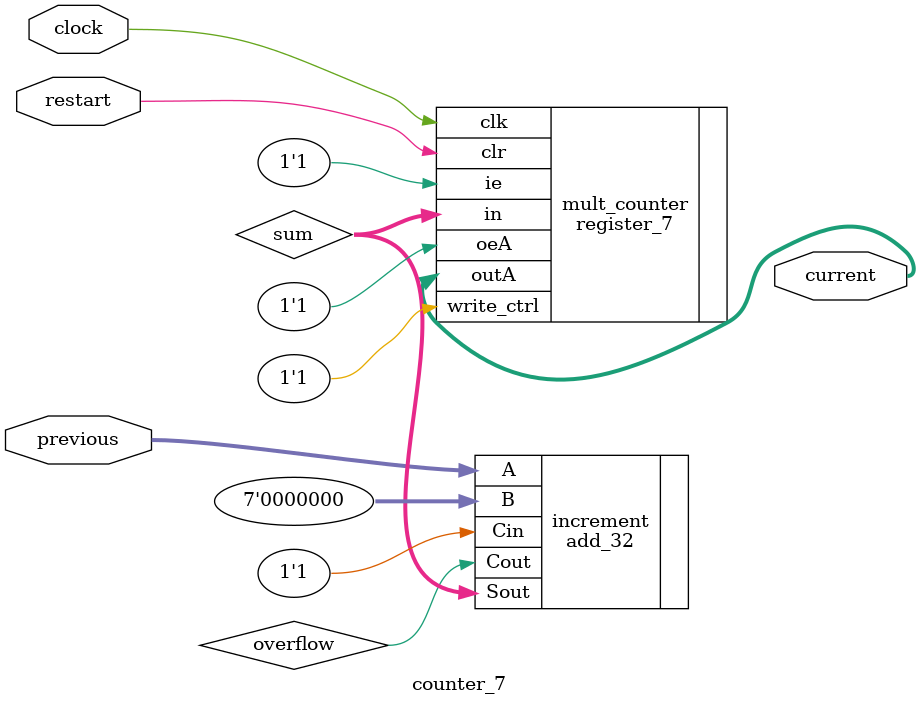
<source format=v>
module counter_7(current, previous, restart, clock);
    input [6:0] previous;
    input clock, restart;

    output [6:0] current;

    wire [6:0] sum;

    add_32 increment(.A(previous), .B(7'b0), .Cin(1'b1), .Sout(sum), .Cout(overflow));
    register_7 mult_counter(.outA(current), .clk(clock), .ie(1'b1), .oeA(1'b1), .clr(restart), .in(sum), .write_ctrl(1'b1));
endmodule
</source>
